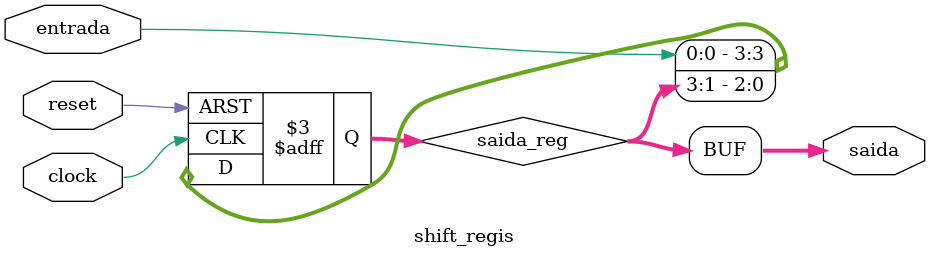
<source format=v>
module shift_regis (saida, entrada, clock, reset);

input entrada, clock, reset;
output [3:0] saida;
reg [3:0] saida_reg;
assign saida = saida_reg;

always @ (negedge reset or posedge clock)
	begin
		if (~reset )
		saida_reg <= 4'b0; //4'b0000
	else
		saida_reg <= {entrada, saida_reg[3:1]};
	end
endmodule

</source>
